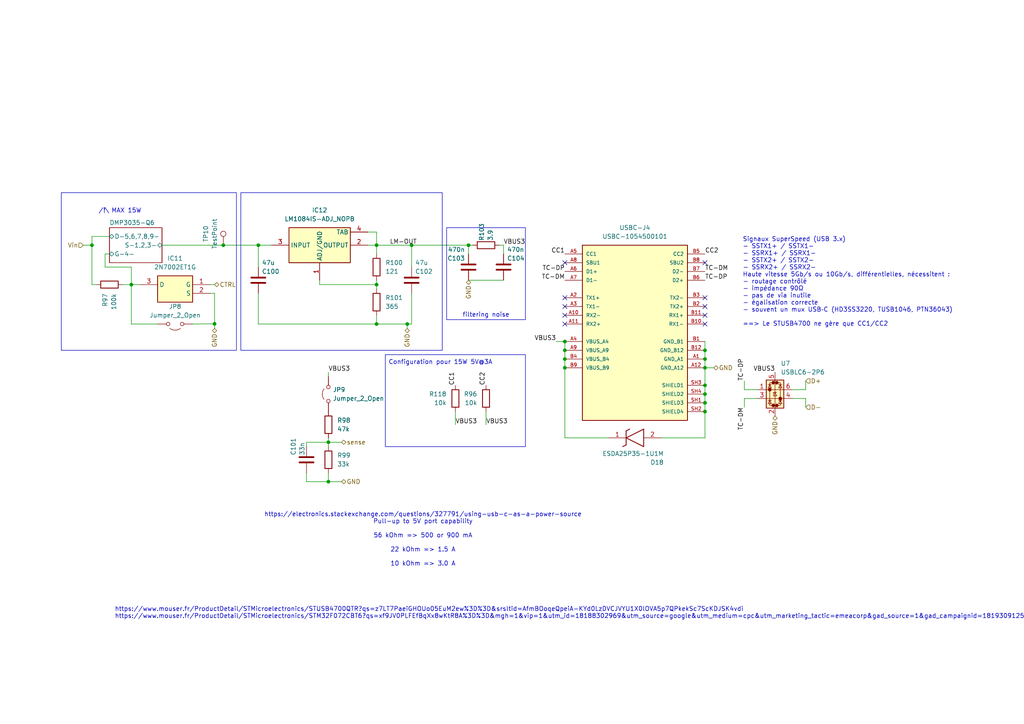
<source format=kicad_sch>
(kicad_sch (version 20250114) (generator "eeschema") (generator_version "9.0")
  (paper "A4")
  (lib_symbols
    (symbol "Connector:TestPoint" (pin_numbers (hide yes)) (pin_names (offset 0.762) (hide yes))
      (property "Reference" "TP" (at 0 6.858 0))
      (property "Value" "TestPoint" (at 0 5.08 0))
      (symbol "TestPoint_0_1"
        (circle (center 0 3.302) (radius 0.762))
      )
      (symbol "TestPoint_1_1"
        (pin passive line (at 0 0 90) (length 2.54) (name "1") (number "1"))
      )
    )
    (symbol "Custom-Vincent:1054500101" (pin_names (offset 1.016))
      (property "Reference" "J" (at -15.24 26.162 0))
      (property "Value" "USBC-1054500101" (at -15.24 -27.94 0))
      (symbol "1054500101_0_0"
        (rectangle (start -15.24 -25.4) (end 15.24 25.4) (stroke (width 0.254)) (fill (type background)))
        (pin bidirectional line (at -20.32 22.86 0) (length 5.08) (name "CC1") (number "A5"))
        (pin bidirectional line (at -20.32 20.32 0) (length 5.08) (name "SBU1") (number "A8"))
        (pin bidirectional line (at -20.32 17.78 0) (length 5.08) (name "D1+") (number "A6"))
        (pin bidirectional line (at -20.32 15.24 0) (length 5.08) (name "D1-") (number "A7"))
        (pin bidirectional line (at -20.32 10.16 0) (length 5.08) (name "TX1+") (number "A2"))
        (pin bidirectional line (at -20.32 7.62 0) (length 5.08) (name "TX1-") (number "A3"))
        (pin bidirectional line (at -20.32 5.08 0) (length 5.08) (name "RX2-") (number "A10"))
        (pin bidirectional line (at -20.32 2.54 0) (length 5.08) (name "RX2+") (number "A11"))
        (pin power_in line (at -20.32 -2.54 0) (length 5.08) (name "VBUS_A4") (number "A4"))
        (pin power_in line (at -20.32 -5.08 0) (length 5.08) (name "VBUS_A9") (number "A9"))
        (pin power_in line (at -20.32 -7.62 0) (length 5.08) (name "VBUS_B4") (number "B4"))
        (pin power_in line (at -20.32 -10.16 0) (length 5.08) (name "VBUS_B9") (number "B9"))
        (pin bidirectional line (at 20.32 22.86 180) (length 5.08) (name "CC2") (number "B5"))
        (pin bidirectional line (at 20.32 20.32 180) (length 5.08) (name "SBU2") (number "B8"))
        (pin bidirectional line (at 20.32 17.78 180) (length 5.08) (name "D2-") (number "B7"))
        (pin bidirectional line (at 20.32 15.24 180) (length 5.08) (name "D2+") (number "B6"))
        (pin bidirectional line (at 20.32 10.16 180) (length 5.08) (name "TX2-") (number "B3"))
        (pin bidirectional line (at 20.32 7.62 180) (length 5.08) (name "TX2+") (number "B2"))
        (pin bidirectional line (at 20.32 5.08 180) (length 5.08) (name "RX1+") (number "B11"))
        (pin bidirectional line (at 20.32 2.54 180) (length 5.08) (name "RX1-") (number "B10"))
        (pin power_in line (at 20.32 -2.54 180) (length 5.08) (name "GND_B1") (number "B1"))
        (pin power_in line (at 20.32 -5.08 180) (length 5.08) (name "GND_B12") (number "B12"))
        (pin power_in line (at 20.32 -7.62 180) (length 5.08) (name "GND_A1") (number "A1"))
        (pin power_in line (at 20.32 -10.16 180) (length 5.08) (name "GND_A12") (number "A12"))
        (pin passive line (at 20.32 -15.24 180) (length 5.08) (name "SHIELD1") (number "SH3"))
        (pin passive line (at 20.32 -17.78 180) (length 5.08) (name "SHIELD2") (number "SH4"))
        (pin passive line (at 20.32 -20.32 180) (length 5.08) (name "SHIELD3") (number "SH1"))
        (pin passive line (at 20.32 -22.86 180) (length 5.08) (name "SHIELD4") (number "SH2"))
      )
    )
    (symbol "Custom-Vincent:2N7002ET1G"
      (property "Reference" "IC" (at 16.51 7.62 0))
      (property "Value" "2N7002ET1G" (at 16.51 5.08 0))
      (symbol "2N7002ET1G_1_1"
        (rectangle (start 5.08 2.54) (end 15.24 -5.08) (stroke (width 0.254)) (fill (type background)))
        (pin passive line (at 0 0 0) (length 5.08) (name "G") (number "1"))
        (pin passive line (at 0 -2.54 0) (length 5.08) (name "S") (number "2"))
        (pin passive line (at 20.32 0 180) (length 5.08) (name "D") (number "3"))
      )
    )
    (symbol "Custom-Vincent:ESDA25P35-1U1M" (pin_names (hide yes))
      (property "Reference" "D" (at 10.16 8.89 0))
      (property "Value" "ESDA25P35-1U1M" (at 10.16 6.35 0))
      (symbol "ESDA25P35-1U1M_1_1"
        (polyline (pts (xy 4.064 2.54) (xy 5.08 2.032)) (stroke (width 0.254)))
        (polyline (pts (xy 5.08 0) (xy 10.16 2.54)) (stroke (width 0.254)))
        (polyline (pts (xy 5.08 -2.032) (xy 5.08 2.032)) (stroke (width 0.254)))
        (polyline (pts (xy 5.08 -2.032) (xy 6.096 -2.54)) (stroke (width 0.254)))
        (polyline (pts (xy 10.16 -2.54) (xy 5.08 0)) (stroke (width 0.254)))
        (polyline (pts (xy 10.16 -2.54) (xy 10.16 2.54)) (stroke (width 0.254)))
        (pin passive line (at 0 0 0) (length 5.08) (name "K") (number "1"))
        (pin passive line (at 15.24 0 180) (length 5.08) (name "A") (number "2"))
      )
    )
    (symbol "Device:C" (pin_numbers (hide yes)) (pin_names (offset 0.254))
      (property "Reference" "C" (at 0.635 2.54 0))
      (property "Value" "C" (at 0.635 -2.54 0))
      (symbol "C_0_1"
        (polyline (pts (xy -2.032 0.762) (xy 2.032 0.762)) (stroke (width 0.508)))
        (polyline (pts (xy -2.032 -0.762) (xy 2.032 -0.762)) (stroke (width 0.508)))
      )
      (symbol "C_1_1"
        (pin passive line (at 0 3.81 270) (length 2.794) (name "~") (number "1"))
        (pin passive line (at 0 -3.81 90) (length 2.794) (name "~") (number "2"))
      )
    )
    (symbol "Device:R" (pin_numbers (hide yes)) (pin_names (offset 0))
      (property "Reference" "R" (at 2.032 0 90))
      (property "Value" "R" (at 0 0 90))
      (symbol "R_0_1"
        (rectangle (start -1.016 -2.54) (end 1.016 2.54) (stroke (width 0.254)))
      )
      (symbol "R_1_1"
        (pin passive line (at 0 3.81 270) (length 1.27) (name "~") (number "1"))
        (pin passive line (at 0 -3.81 90) (length 1.27) (name "~") (number "2"))
      )
    )
    (symbol "Jumper:Jumper_2_Open" (pin_numbers (hide yes)) (pin_names (offset 0) (hide yes))
      (property "Reference" "JP" (at 0 2.794 0))
      (property "Value" "Jumper_2_Open" (at 0 -2.286 0))
      (symbol "Jumper_2_Open_0_0"
        (circle (center -2.032 0) (radius 0.508))
        (circle (center 2.032 0) (radius 0.508))
      )
      (symbol "Jumper_2_Open_0_1"
        (arc (start -1.524 1.27) (mid 0 1.778) (end 1.524 1.27))
      )
      (symbol "Jumper_2_Open_1_1"
        (pin passive line (at -5.08 0 0) (length 2.54) (name "A") (number "1"))
        (pin passive line (at 5.08 0 180) (length 2.54) (name "B") (number "2"))
      )
    )
    (symbol "LM1084IS-ADJ_NOPB_1"
      (property "Reference" "IC" (at 26.67 7.62 0))
      (property "Value" "LM1084IS-ADJ_NOPB" (at 26.67 5.08 0))
      (symbol "LM1084IS-ADJ_NOPB_1_1_1"
        (rectangle (start 5.08 2.54) (end 22.86 -7.62) (stroke (width 0.254)) (fill (type background)))
        (pin input line (at 0 -2.54 0) (length 5.08) (name "INPUT") (number "3"))
        (pin power_in line (at 13.97 -12.7 90) (length 5.08) (name "ADJ/GND") (number "1"))
        (pin output line (at 27.94 1.27 180) (length 5.08) (name "TAB") (number "4"))
        (pin output line (at 27.94 -2.54 180) (length 5.08) (name "OUTPUT") (number "2"))
      )
    )
    (symbol "Power_Protection:USBLC6-2P6" (pin_names (hide yes))
      (property "Reference" "U" (at 0.635 5.715 0))
      (property "Value" "USBLC6-2P6" (at 0.635 3.81 0))
      (symbol "USBLC6-2P6_0_0"
        (circle (center -1.524 0) (radius 0.0001) (stroke (width 0.508)))
        (circle (center -0.508 2.032) (radius 0.0001) (stroke (width 0.508)))
        (circle (center -0.508 -4.572) (radius 0.0001) (stroke (width 0.508)))
        (circle (center 0.508 2.032) (radius 0.0001) (stroke (width 0.508)))
        (circle (center 0.508 -4.572) (radius 0.0001) (stroke (width 0.508)))
        (circle (center 1.524 -2.54) (radius 0.0001) (stroke (width 0.508)))
      )
      (symbol "USBLC6-2P6_0_1"
        (polyline (pts (xy -2.54 0) (xy 2.54 0)))
        (polyline (pts (xy -2.54 -2.54) (xy 2.54 -2.54)))
        (polyline (pts (xy -2.032 0.508) (xy -1.016 0.508) (xy -1.524 1.524) (xy -2.032 0.508)))
        (polyline (pts (xy -2.032 -3.048) (xy -1.016 -3.048)))
        (polyline (pts (xy -1.016 1.524) (xy -2.032 1.524)))
        (polyline (pts (xy -1.016 -4.064) (xy -2.032 -4.064) (xy -1.524 -3.048) (xy -1.016 -4.064)))
        (polyline (pts (xy -0.508 -1.143) (xy -0.508 -0.762) (xy 0.508 -0.762)))
        (polyline (pts (xy 0 2.54) (xy -0.508 2.032) (xy 0.508 2.032) (xy 0 1.524) (xy 0 -4.064) (xy -0.508 -4.572) (xy 0.508 -4.572) (xy 0 -5.08)))
        (polyline (pts (xy 0.508 -1.778) (xy -0.508 -1.778) (xy 0 -0.762) (xy 0.508 -1.778)))
        (polyline (pts (xy 1.016 1.524) (xy 2.032 1.524)))
        (polyline (pts (xy 1.016 -3.048) (xy 2.032 -3.048)))
        (polyline (pts (xy 2.032 0.508) (xy 1.016 0.508) (xy 1.524 1.524) (xy 2.032 0.508)))
        (polyline (pts (xy 2.032 -4.064) (xy 1.016 -4.064) (xy 1.524 -3.048) (xy 2.032 -4.064)))
      )
      (symbol "USBLC6-2P6_1_1"
        (rectangle (start -2.54 2.794) (end 2.54 -5.334) (stroke (width 0.254)) (fill (type background)))
        (polyline (pts (xy -0.508 2.032) (xy -1.524 2.032) (xy -1.524 -4.572) (xy -0.508 -4.572)))
        (polyline (pts (xy 0.508 -4.572) (xy 1.524 -4.572) (xy 1.524 2.032) (xy 0.508 2.032)))
        (pin passive line (at -5.08 0 0) (length 2.54) (name "I/O1") (number "1"))
        (pin passive line (at -5.08 -2.54 0) (length 2.54) (name "I/O2") (number "3"))
        (pin passive line (at 0 5.08 270) (length 2.54) (name "VBUS") (number "5"))
        (pin passive line (at 0 -7.62 90) (length 2.54) (name "GND") (number "2"))
        (pin passive line (at 5.08 0 180) (length 2.54) (name "I/O1") (number "6"))
        (pin passive line (at 5.08 -2.54 180) (length 2.54) (name "I/O2") (number "4"))
      )
    )
  )
  (rectangle (start 69.85 55.88) (end 128.27 101.6))
  (rectangle (start 111.76 102.87) (end 152.4 129.54))
  (rectangle (start 129.54 66.04) (end 152.4 92.71))
  (rectangle (start 17.78 55.88) (end 68.58 101.6))
  (text "https://www.mouser.fr/ProductDetail/STMicroelectronics/STUSB4700QTR?qs=z7LT7PaeiGHOUo05EuM2ew%3D%3D&srsltid=AfmBOoqeQpeiA-KYd0LzDVCJVYU1X0lOVA5p7QPkekSc7ScKDJSK4vdi\nhttps://www.mouser.fr/ProductDetail/STMicroelectronics/STM32F072CBT6?qs=xf9JV0PLFEfBqXx8wKtR8A%3D%3D&mgh=1&vip=1&utm_id=18188302969&utm_source=google&utm_medium=cpc&utm_marketing_tactic=emeacorp&gad_source=1&gad_campaignid=18193091258&gclid=Cj0KCQiAxJXJBhD_ARIsAH_JGjjlmumHlCQbsS1Lf4u0KNllXl2gcY-O_NKd-TyCFZhG1yRXtwxOSdgaAuOuEALw_wcB" (at 33.274 177.8 0) (effects (font (size 1.27 1.27)) (justify left)))
  (text "Configuration pour 15W 5V@3A" (at 127.762 105.156 0) (effects (font (size 1.27 1.27))))
  (text "Signaux SuperSpeed (USB 3.x)\n- SSTX1+ / SSTX1-\n- SSRX1+ / SSRX1-\n- SSTX2+ / SSTX2-\n- SSRX2+ / SSRX2-\nHaute vitesse 5 Gb/s ou 10 Gb/s, différentielles, nécessitent :\n- routage contrôlé\n- impédance 90 Ω\n- pas de via inutile\n- égalisation correcte\n- souvent un mux USB‑C (HD3SS3220, TUSB1046, PTN36043)\n\n==> Le STUSB4700 ne gère que CC1/CC2\n" (at 215.392 81.788 0) (effects (font (size 1.27 1.27)) (justify left)))
  (text "filtering noise" (at 140.97 91.44 0) (effects (font (size 1.27 1.27))))
  (text "https://electronics.stackexchange.com/questions/327791/using-usb-c-as-a-power-source\nPull-up to 5V port capability\n\n56 kOhm => 500 or 900 mA\n\n22 kOhm => 1.5 A\n\n10 kOhm => 3.0 A" (at 122.682 156.464 0) (effects (font (size 1.27 1.27))))
  (text "/!\\ MAX 15W" (at 34.798 61.214 0) (effects (font (size 1.27 1.27))))
  (junction (at 95.25 139.7))
  (junction (at 204.47 114.3))
  (junction (at 109.22 82.55))
  (junction (at 163.83 106.68))
  (junction (at 38.1 82.55))
  (junction (at 135.89 71.12))
  (junction (at 26.67 71.12))
  (junction (at 109.22 71.12))
  (junction (at 204.47 106.68))
  (junction (at 95.25 128.27))
  (junction (at 163.83 104.14))
  (junction (at 204.47 116.84))
  (junction (at 163.83 101.6))
  (junction (at 204.47 101.6))
  (junction (at 74.93 71.12))
  (junction (at 118.11 93.98))
  (junction (at 62.23 93.9238))
  (junction (at 109.22 93.98))
  (junction (at 204.47 119.38))
  (junction (at 64.77 71.12))
  (junction (at 204.47 104.14))
  (junction (at 119.38 71.12))
  (junction (at 204.47 111.76))
  (junction (at 163.83 99.06))
  (no_connect (at 163.83 91.44))
  (no_connect (at 204.47 93.98))
  (no_connect (at 163.83 76.2))
  (no_connect (at 204.47 76.2))
  (no_connect (at 163.83 86.36))
  (no_connect (at 163.83 93.98))
  (no_connect (at 163.83 88.9))
  (no_connect (at 204.47 88.9))
  (no_connect (at 204.47 86.36))
  (no_connect (at 204.47 91.44))
  (wire (pts (xy 74.93 77.47) (xy 74.93 71.12)))
  (wire (pts (xy 45.72 93.98) (xy 38.1 93.98)))
  (wire (pts (xy 109.22 71.12) (xy 119.38 71.12)))
  (wire (pts (xy 191.77 127) (xy 204.47 127)))
  (wire (pts (xy 204.47 114.3) (xy 204.47 116.84)))
  (wire (pts (xy 64.77 71.12) (xy 74.93 71.12)))
  (wire (pts (xy 38.1 82.55) (xy 40.64 82.55)))
  (wire (pts (xy 92.71 82.55) (xy 92.71 81.28)))
  (wire (pts (xy 24.13 71.12) (xy 26.67 71.12)))
  (wire (pts (xy 46.99 71.12) (xy 64.77 71.12)))
  (wire (pts (xy 204.47 106.68) (xy 207.01 106.68)))
  (wire (pts (xy 95.25 128.27) (xy 99.06 128.27)))
  (wire (pts (xy 106.68 67.31) (xy 109.22 67.31)))
  (wire (pts (xy 135.89 73.66) (xy 135.89 71.12)))
  (wire (pts (xy 219.71 115.57) (xy 215.9 115.57)))
  (wire (pts (xy 229.87 113.03) (xy 233.68 113.03)))
  (wire (pts (xy 99.06 139.7) (xy 95.25 139.7)))
  (wire (pts (xy 38.1 93.98) (xy 38.1 82.55)))
  (wire (pts (xy 163.83 101.6) (xy 163.83 104.14)))
  (wire (pts (xy 144.78 71.12) (xy 146.05 71.12)))
  (wire (pts (xy 95.25 128.27) (xy 95.25 129.54)))
  (wire (pts (xy 109.22 67.31) (xy 109.22 71.12)))
  (wire (pts (xy 163.83 99.06) (xy 163.83 101.6)))
  (wire (pts (xy 119.38 71.12) (xy 119.38 77.47)))
  (wire (pts (xy 26.67 68.58) (xy 31.75 68.58)))
  (wire (pts (xy 135.89 81.28) (xy 146.05 81.28)))
  (wire (pts (xy 38.1 77.47) (xy 38.1 82.55)))
  (wire (pts (xy 74.93 71.12) (xy 78.74 71.12)))
  (wire (pts (xy 118.11 93.98) (xy 119.38 93.98)))
  (wire (pts (xy 215.9 115.57) (xy 215.9 118.11)))
  (wire (pts (xy 95.25 139.7) (xy 95.25 137.16)))
  (wire (pts (xy 26.67 82.55) (xy 27.94 82.55)))
  (wire (pts (xy 204.47 99.06) (xy 204.47 101.6)))
  (wire (pts (xy 119.38 85.09) (xy 119.38 93.98)))
  (wire (pts (xy 204.47 116.84) (xy 204.47 119.38)))
  (wire (pts (xy 88.9 128.27) (xy 95.25 128.27)))
  (wire (pts (xy 95.25 127) (xy 95.25 128.27)))
  (wire (pts (xy 204.47 111.76) (xy 204.47 114.3)))
  (wire (pts (xy 88.9 129.54) (xy 88.9 128.27)))
  (wire (pts (xy 233.68 115.57) (xy 233.68 118.11)))
  (wire (pts (xy 74.93 93.98) (xy 109.22 93.98)))
  (wire (pts (xy 88.9 139.7) (xy 95.25 139.7)))
  (wire (pts (xy 215.9 113.03) (xy 215.9 110.49)))
  (wire (pts (xy 92.71 82.55) (xy 109.22 82.55)))
  (wire (pts (xy 106.68 71.12) (xy 109.22 71.12)))
  (wire (pts (xy 30.48 73.66) (xy 31.75 73.66)))
  (wire (pts (xy 38.1 77.47) (xy 30.48 77.47)))
  (wire (pts (xy 62.23 93.9238) (xy 62.23 85.09)))
  (wire (pts (xy 161.29 99.06) (xy 163.83 99.06)))
  (wire (pts (xy 163.83 127) (xy 163.83 106.68)))
  (wire (pts (xy 30.48 77.47) (xy 30.48 73.66)))
  (wire (pts (xy 140.97 119.38) (xy 140.97 123.19)))
  (wire (pts (xy 26.67 68.58) (xy 26.67 71.12)))
  (wire (pts (xy 35.56 82.55) (xy 38.1 82.55)))
  (wire (pts (xy 229.87 115.57) (xy 233.68 115.57)))
  (wire (pts (xy 204.47 106.68) (xy 204.47 111.76)))
  (wire (pts (xy 74.93 85.09) (xy 74.93 93.98)))
  (wire (pts (xy 146.05 73.66) (xy 146.05 71.12)))
  (wire (pts (xy 204.47 127) (xy 204.47 119.38)))
  (wire (pts (xy 163.83 104.14) (xy 163.83 106.68)))
  (wire (pts (xy 132.08 119.38) (xy 132.08 123.19)))
  (wire (pts (xy 109.22 73.66) (xy 109.22 71.12)))
  (wire (pts (xy 119.38 71.12) (xy 135.89 71.12)))
  (wire (pts (xy 135.89 71.12) (xy 137.16 71.12)))
  (wire (pts (xy 95.25 107.95) (xy 95.25 109.22)))
  (wire (pts (xy 118.11 95.25) (xy 118.11 93.98)))
  (wire (pts (xy 219.71 113.03) (xy 215.9 113.03)))
  (wire (pts (xy 204.47 104.14) (xy 204.47 106.68)))
  (wire (pts (xy 26.67 71.12) (xy 26.67 82.55)))
  (wire (pts (xy 88.9 137.16) (xy 88.9 139.7)))
  (wire (pts (xy 204.47 101.6) (xy 204.47 104.14)))
  (wire (pts (xy 109.22 82.55) (xy 109.22 83.82)))
  (wire (pts (xy 62.23 93.9238) (xy 62.23 95.25)))
  (wire (pts (xy 109.22 82.55) (xy 109.22 81.28)))
  (wire (pts (xy 55.88 93.98) (xy 62.23 93.9238)))
  (wire (pts (xy 109.22 93.98) (xy 118.11 93.98)))
  (wire (pts (xy 60.96 82.55) (xy 62.23 82.55)))
  (wire (pts (xy 176.53 127) (xy 163.83 127)))
  (wire (pts (xy 109.22 93.98) (xy 109.22 91.44)))
  (wire (pts (xy 60.96 85.09) (xy 62.23 85.09)))
  (wire (pts (xy 233.68 113.03) (xy 233.68 110.49)))
  (label "VBUS3" (at 132.08 123.19 0))
  (label "TC-DP" (at 204.47 81.28 0))
  (label "CC1" (at 163.83 73.66 180))
  (label "TC-DM" (at 204.47 78.74 0))
  (label "TC-DM" (at 163.83 81.28 180))
  (label "TC-DP" (at 215.9 110.49 90))
  (label "VBUS3" (at 140.97 123.19 0))
  (label "TC-DP" (at 163.83 78.74 180))
  (label "VBUS3" (at 95.25 107.95 0))
  (label "VBUS3" (at 224.79 107.95 180))
  (label "VBUS3" (at 161.29 99.06 180))
  (label "VBUS3" (at 146.05 71.12 0))
  (label "TC-DM" (at 215.9 118.11 270))
  (label "LM-OUT" (at 113.03 71.12 0))
  (label "CC1" (at 132.08 111.76 90))
  (label "CC2" (at 204.47 73.66 0))
  (label "CC2" (at 140.97 111.76 90))
  (hierarchical_label "GND" (shape bidirectional) (at 135.89 81.28 270))
  (hierarchical_label "GND" (shape bidirectional) (at 99.06 139.7 0))
  (hierarchical_label "D-" (shape input) (at 233.68 118.11 0))
  (hierarchical_label "GND" (shape bidirectional) (at 224.79 120.65 270))
  (hierarchical_label "D+" (shape input) (at 233.68 110.49 0))
  (hierarchical_label "GND" (shape bidirectional) (at 207.01 106.68 0))
  (hierarchical_label "sense" (shape bidirectional) (at 99.06 128.27 0))
  (hierarchical_label "GND" (shape bidirectional) (at 62.23 95.25 270))
  (hierarchical_label "Vin" (shape input) (at 24.13 71.12 180))
  (hierarchical_label "CTRL" (shape bidirectional) (at 62.23 82.55 0))
  (hierarchical_label "GND" (shape bidirectional) (at 118.11 95.25 270))
  (symbol (lib_id "Custom-Vincent:2N7002ET1G") (at 60.96 82.55 0) (mirror y) (unit 1)
    (property "Reference" "IC9" (at 50.8 74.93 0))
    (property "Value" "2N7002ET1G" (at 50.8 77.47 0))
    (property "Footprint" "Package_TO_SOT_SMD:SOT-23-3" (effects (hide yes)))
    (property "Datasheet" "https://www.onsemi.com/pub/Collateral/2N7002E-D.PDF" (effects (hide yes)))
    (property "Description" "Small ; Low RDS(on); Trench Technology; RoHS Compliant" (effects (hide yes)))
    (property "Height" "1.11" (effects (hide yes)))
    (property "Mouser Part Number" "863-2N7002ET1G" (effects (hide yes)))
    (property "Mouser Price/Stock" "https://www.mouser.co.uk/ProductDetail/onsemi/2N7002ET1G?qs=PNhECL2hiouLrcURjXOtOg%3D%3D" (effects (hide yes)))
    (property "Manufacturer_Name" "onsemi" (effects (hide yes)))
    (property "Manufacturer_Part_Number" "2N7002ET1G" (effects (hide yes)))
    (property "Number-JLCPCB" "C71533" (effects (hide yes)))
    (instances (project "BMS" (path "" (reference "IC11") (unit 1)) (path "" (reference "IC9") (unit 1))))
  )
  (symbol (lib_id "Device:R") (at 109.22 77.47 0) (unit 1)
    (property "Reference" "R92" (at 111.76 76.1999 0) (effects (justify left)))
    (property "Value" "121" (at 111.76 78.7399 0) (effects (justify left)))
    (property "Footprint" "Resistor_SMD:R_0805_2012Metric_Pad1.20x1.40mm_HandSolder" (effects (hide yes)))
    (property "Description" "Resistor" (effects (hide yes)))
    (property "Mouser Part Number" "667-ERJ-UP6F1210V" (effects (hide yes)))
    (property "Number-JLCPCB" "C317367" (effects (hide yes)))
    (instances (project "BMS" (path "" (reference "R100") (unit 1)) (path "" (reference "R92") (unit 1))))
  )
  (symbol (lib_id "Device:R") (at 31.75 82.55 90) (mirror x) (unit 1)
    (property "Reference" "R89" (at 30.4799 85.09 0) (effects (justify left)))
    (property "Value" "100k" (at 33.0199 85.09 0) (effects (justify left)))
    (property "Footprint" "Resistor_SMD:R_0603_1608Metric_Pad0.98x0.95mm_HandSolder" (effects (hide yes)))
    (property "Description" "Resistor" (effects (hide yes)))
    (property "Mouser Part Number" "603-RC0603FR-07100KL" (effects (hide yes)))
    (property "Number-JLCPCB" "C14675" (effects (hide yes)))
    (instances (project "BMS" (path "" (reference "R97") (unit 1)) (path "" (reference "R89") (unit 1))))
  )
  (symbol (lib_id "Device:R") (at 95.25 123.19 0) (unit 1)
    (property "Reference" "R90" (at 97.79 121.9199 0) (effects (justify left)))
    (property "Value" "47k" (at 97.79 124.4599 0) (effects (justify left)))
    (property "Footprint" "Resistor_SMD:R_0603_1608Metric_Pad0.98x0.95mm_HandSolder" (effects (hide yes)))
    (property "Description" "Resistor" (effects (hide yes)))
    (property "Mouser Part Number" "71-CRCW0603-47K-E3 " (effects (hide yes)))
    (property "Number-JLCPCB" "C844929" (effects (hide yes)))
    (instances (project "BMS" (path "" (reference "R98") (unit 1)) (path "" (reference "R90") (unit 1))))
  )
  (symbol (lib_id "Device:R") (at 140.97 71.12 90) (unit 1)
    (property "Reference" "R95" (at 139.7 69.85 0) (effects (justify left)))
    (property "Value" "3.9" (at 142.24 69.85 0) (effects (justify left)))
    (property "Footprint" "Resistor_SMD:R_1206_3216Metric_Pad1.30x1.75mm_HandSolder" (effects (hide yes)))
    (property "Datasheet" "https://www.mouser.fr/ProductDetail/Vishay/CRCW12063R90JNEA?qs=RBLAFTxbykx6FwOAglFQuA%3D%3D" (effects (hide yes)))
    (property "Description" "Resistor" (effects (hide yes)))
    (property "Mouser Part Number" "1206W4F390KT5E" (effects (hide yes)))
    (property "Number-JLCPCB" "C74090" (effects (hide yes)))
    (instances (project "BMS" (path "" (reference "R103") (unit 1)) (path "" (reference "R95") (unit 1))))
  )
  (symbol (lib_id "Device:R") (at 132.08 115.57 0) (mirror x) (unit 1)
    (property "Reference" "R117" (at 129.54 114.2999 0) (effects (justify right)))
    (property "Value" "10k" (at 129.54 116.8399 0) (effects (justify right)))
    (property "Footprint" "Resistor_SMD:R_0603_1608Metric_Pad0.98x0.95mm_HandSolder" (effects (hide yes)))
    (property "Description" "Resistor" (effects (hide yes)))
    (property "Mouser Part Number" "CRCW060310K0JNEA" (effects (hide yes)))
    (property "Number-JLCPCB" "C169103" (effects (hide yes)))
    (instances (project "BMS" (path "" (reference "R118") (unit 1)) (path "" (reference "R117") (unit 1))))
  )
  (symbol (lib_id "Device:C") (at 119.38 81.28 0) (mirror y) (unit 1)
    (property "Reference" "C97" (at 120.396 78.74 0) (effects (justify right)))
    (property "Value" "47u" (at 120.396 76.2 0) (effects (justify right)))
    (property "Footprint" "Capacitor_SMD:CP_Elec_6.3x7.7" (effects (hide yes)))
    (property "Description" "Unpolarized capacitor" (effects (hide yes)))
    (property "Mouser Part Number" "RVT1H470M0607" (effects (hide yes)))
    (property "Number-JLCPCB" "C3349" (effects (hide yes)))
    (instances (project "BMS" (path "" (reference "C102") (unit 1)) (path "" (reference "C97") (unit 1))))
  )
  (symbol (lib_name "LM1084IS-ADJ_NOPB_1") (lib_id "Custom-Vincent:LM1084IS-ADJ_NOPB") (at 78.74 68.58 0) (unit 1)
    (property "Reference" "IC10" (at 92.71 60.96 0))
    (property "Value" "LM1084IS-ADJ_NOPB" (at 92.71 63.5 0))
    (property "Footprint" "Custom-Vincent:LM1084IS-ADJ_NOPB" (effects (hide yes)))
    (property "Datasheet" "http://www.ti.com/lit/ds/symlink/lm1084.pdf" (effects (hide yes)))
    (property "Description" "5A Fixed / Adjustable Output Linear Regulator" (effects (hide yes)))
    (property "Height" "4.64" (effects (hide yes)))
    (property "Mouser Part Number" "926-LM1084IS-ADJNOPB" (effects (hide yes)))
    (property "Mouser Price/Stock" "https://www.mouser.co.uk/ProductDetail/Texas-Instruments/LM1084IS-ADJ-NOPB?qs=X1J7HmVL2ZGsN6CtVd4qhA%3D%3D" (effects (hide yes)))
    (property "Manufacturer_Name" "Texas Instruments" (effects (hide yes)))
    (property "Manufacturer_Part_Number" "LM1084IS-ADJ/NOPB" (effects (hide yes)))
    (property "Number-JLCPCB" "C2837418" (effects (hide yes)))
    (instances (project "BMS" (path "" (reference "IC12") (unit 1)) (path "" (reference "IC10") (unit 1))))
  )
  (symbol (lib_id "Connector:TestPoint") (at 64.77 71.12 0) (mirror y) (unit 1) (in_bom no)
    (property "Reference" "TP9" (at 59.69 67.818 90))
    (property "Value" "TestPoint" (at 62.23 67.818 90))
    (property "Footprint" "TestPoint:TestPoint_THTPad_2.0x2.0mm_Drill1.0mm" (effects (hide yes)))
    (property "Description" "test point" (effects (hide yes)))
    (instances (project "BMS" (path "" (reference "TP10") (unit 1)) (path "" (reference "TP9") (unit 1))))
  )
  (symbol (lib_id "Device:C") (at 88.9 133.35 0) (mirror x) (unit 1)
    (property "Reference" "C96" (at 85.09 132.08 90) (effects (justify right)))
    (property "Value" "33n" (at 87.63 132.08 90) (effects (justify right)))
    (property "Footprint" "Capacitor_SMD:C_0603_1608Metric_Pad1.08x0.95mm_HandSolder" (effects (hide yes)))
    (property "Description" "Unpolarized capacitor" (effects (hide yes)))
    (property "Mouser Part Number" "CC0603KRX7R8BB333" (effects (hide yes)))
    (property "Number-JLCPCB" "C113810" (effects (hide yes)))
    (instances (project "BMS" (path "" (reference "C101") (unit 1)) (path "" (reference "C96") (unit 1))))
  )
  (symbol (lib_id "Custom-Vincent:1054500101") (at 184.15 96.52 0) (unit 1)
    (property "Reference" "USBC-J3" (at 184.15 66.04 0))
    (property "Value" "USBC-1054500101" (at 184.15 68.58 0))
    (property "Footprint" "Custom-Vincent:USB-C_MOLEX_1054500101" (effects (hide yes)))
    (property "MF" "Molex" (effects (hide yes)))
    (property "OPTION" "MOLEX_CONFIG" (effects (hide yes)))
    (property "Package" "None" (effects (hide yes)))
    (property "Price" "None" (effects (hide yes)))
    (property "Check_prices" "https://www.snapeda.com/parts/105450-0101/Molex/view-part/?ref=eda" (effects (hide yes)))
    (property "STANDARD" "Manufacturer Recommendations" (effects (hide yes)))
    (property "PARTREV" "A7" (effects (hide yes)))
    (property "SnapEDA_Link" "https://www.snapeda.com/parts/105450-0101/Molex/view-part/?ref=snap" (effects (hide yes)))
    (property "MP" "105450-0101" (effects (hide yes)))
    (property "Description_1" "USB Shielded I/O Receptacle,Type C,Right Angle,Surface Mount,Gold over Nickel | Molex Incorporated 105450-0101" (effects (hide yes)))
    (property "MANUFACTURER" "Molex" (effects (hide yes)))
    (property "Availability" "In Stock" (effects (hide yes)))
    (property "MAXIMUM_PACKAGE_HEIGHT" "3.24mm" (effects (hide yes)))
    (property "Part Number" "1054500101" (effects (hide yes)))
    (property "Mouser Part Number" "1054500101" (effects (hide yes)))
    (property "Number-JLCPCB" "C134092" (effects (hide yes)))
    (instances (project "BMS" (path "" (reference "USBC-J4") (unit 1)) (path "" (reference "USBC-J3") (unit 1))))
  )
  (symbol (lib_id "Device:C") (at 146.05 77.47 0) (mirror y) (unit 1)
    (property "Reference" "C99" (at 147.066 74.93 0) (effects (justify right)))
    (property "Value" "470n" (at 147.066 72.39 0) (effects (justify right)))
    (property "Footprint" "Capacitor_SMD:C_0805_2012Metric_Pad1.18x1.45mm_HandSolder" (effects (hide yes)))
    (property "Description" "Unpolarized capacitor" (effects (hide yes)))
    (property "Mouser Part Number" "80-C0805C474M3PACTU" (effects (hide yes)))
    (property "Number-JLCPCB" "C2271305" (effects (hide yes)))
    (instances (project "BMS" (path "" (reference "C104") (unit 1)) (path "" (reference "C99") (unit 1))))
  )
  (symbol (lib_id "Custom-Vincent:ESDA25P35-1U1M") (at 176.53 127 0) (mirror x) (unit 1)
    (property "Reference" "D17" (at 192.532 134.112 0) (effects (justify right)))
    (property "Value" "ESDA25P35-1U1M" (at 192.532 131.572 0) (effects (justify right)))
    (property "Footprint" "Custom-Vincent:ESDA25P351U1M" (effects (hide yes)))
    (property "Datasheet" "https://www.st.com/resource/en/datasheet/esda20p50-1u1m.pdf" (effects (hide yes)))
    (property "Description" "STMicroelectronics ESDA25P35-1U1M, Uni-Directional TVS Diode, 1400W, 2-Pin QFN" (effects (hide yes)))
    (property "Height" "0.6" (effects (hide yes)))
    (property "Mouser Part Number" "511-ESDA25P35-1U1M" (effects (hide yes)))
    (property "Mouser Price/Stock" "https://www.mouser.co.uk/ProductDetail/STMicroelectronics/ESDA25P35-1U1M?qs=aVyJF2WnouQUWqgNP85ZrA%3D%3D" (effects (hide yes)))
    (property "Manufacturer_Name" "STMicroelectronics" (effects (hide yes)))
    (property "Manufacturer_Part_Number" "ESDA25P35-1U1M" (effects (hide yes)))
    (property "Number-JLCPCB" "C1974707" (effects (hide yes)))
    (instances (project "BMS" (path "" (reference "D18") (unit 1)) (path "" (reference "D17") (unit 1))))
  )
  (symbol (lib_id "Jumper:Jumper_2_Open") (at 50.8 93.98 180) (unit 1)
    (property "Reference" "JP6" (at 50.8 88.9 0))
    (property "Value" "Jumper_2_Open" (at 50.8 91.44 0))
    (property "Footprint" "Connector_PinHeader_2.54mm:PinHeader_1x02_P2.54mm_Vertical" (effects (hide yes)))
    (property "Description" "Jumper, 2-pole, open" (effects (hide yes)))
    (property "Mouser Part Number" "HX PZ2.54-1x2P ZZ" (effects (hide yes)))
    (property "Number-JLCPCB" "C32713268" (effects (hide yes)))
    (instances (project "BMS" (path "" (reference "JP8") (unit 1)) (path "" (reference "JP6") (unit 1))))
  )
  (symbol (lib_id "Device:R") (at 95.25 133.35 0) (unit 1)
    (property "Reference" "R91" (at 97.79 132.0799 0) (effects (justify left)))
    (property "Value" "33k" (at 97.79 134.6199 0) (effects (justify left)))
    (property "Footprint" "Resistor_SMD:R_0603_1608Metric_Pad0.98x0.95mm_HandSolder" (effects (hide yes)))
    (property "Description" "Resistor" (effects (hide yes)))
    (property "Mouser Part Number" "0603WAF3302T5E" (effects (hide yes)))
    (property "Number-JLCPCB" "C4216" (effects (hide yes)))
    (instances (project "BMS" (path "" (reference "R99") (unit 1)) (path "" (reference "R91") (unit 1))))
  )
  (symbol (lib_id "Device:R") (at 140.97 115.57 0) (mirror x) (unit 1)
    (property "Reference" "R94" (at 138.43 114.2999 0) (effects (justify right)))
    (property "Value" "10k" (at 138.43 116.8399 0) (effects (justify right)))
    (property "Footprint" "Resistor_SMD:R_0603_1608Metric_Pad0.98x0.95mm_HandSolder" (effects (hide yes)))
    (property "Description" "Resistor" (effects (hide yes)))
    (property "Mouser Part Number" "CRCW060310K0JNEA" (effects (hide yes)))
    (property "Number-JLCPCB" "C169103" (effects (hide yes)))
    (instances (project "BMS" (path "" (reference "R96") (unit 1)) (path "" (reference "R94") (unit 1))))
  )
  (symbol (lib_id "Power_Protection:USBLC6-2P6") (at 224.79 113.03 0) (unit 1)
    (property "Reference" "U6" (at 226.4411 105.41 0) (effects (justify left)))
    (property "Value" "USBLC6-2P6" (at 226.4411 107.95 0) (effects (justify left)))
    (property "Footprint" "Package_TO_SOT_SMD:SOT-666" (effects (hide yes)))
    (property "Datasheet" "https://www.st.com/resource/en/datasheet/usblc6-2.pdf" (effects (hide yes)))
    (property "Description" "Very low capacitance ESD protection diode, 2 data-line, SOT-666" (effects (hide yes)))
    (property "Number-JLCPCB" "C15999" (effects (hide yes)))
    (instances (project "BMS" (path "" (reference "U7") (unit 1)) (path "" (reference "U6") (unit 1))))
  )
  (symbol (lib_id "Jumper:Jumper_2_Open") (at 95.25 114.3 90) (unit 1)
    (property "Reference" "JP7" (at 96.52 113.0299 90) (effects (justify right)))
    (property "Value" "Jumper_2_Open" (at 96.52 115.5699 90) (effects (justify right)))
    (property "Footprint" "Connector_PinHeader_2.54mm:PinHeader_1x02_P2.54mm_Vertical" (effects (hide yes)))
    (property "Description" "Jumper, 2-pole, open" (effects (hide yes)))
    (property "Mouser Part Number" "HX PZ2.54-1x2P ZZ" (effects (hide yes)))
    (property "Number-JLCPCB" "C32713268" (effects (hide yes)))
    (instances (project "BMS" (path "" (reference "JP9") (unit 1)) (path "" (reference "JP7") (unit 1))))
  )
  (symbol (lib_id "Device:R") (at 109.22 87.63 0) (unit 1)
    (property "Reference" "R93" (at 111.76 86.3599 0) (effects (justify left)))
    (property "Value" "365" (at 111.76 88.8999 0) (effects (justify left)))
    (property "Footprint" "Resistor_SMD:R_0805_2012Metric_Pad1.20x1.40mm_HandSolder" (effects (hide yes)))
    (property "Description" "Resistor" (effects (hide yes)))
    (property "Mouser Part Number" "ERJ-UP6F3650V" (effects (hide yes)))
    (property "Number-JLCPCB" "C63500" (effects (hide yes)))
    (instances (project "BMS" (path "" (reference "R101") (unit 1)) (path "" (reference "R93") (unit 1))))
  )
  (symbol (lib_id "Device:C") (at 135.89 77.47 0) (unit 1)
    (property "Reference" "C98" (at 134.874 74.93 0) (effects (justify right)))
    (property "Value" "470n" (at 134.874 72.39 0) (effects (justify right)))
    (property "Footprint" "Capacitor_SMD:C_0805_2012Metric_Pad1.18x1.45mm_HandSolder" (effects (hide yes)))
    (property "Description" "Unpolarized capacitor" (effects (hide yes)))
    (property "Mouser Part Number" "80-C0805C474M3PACTU" (effects (hide yes)))
    (property "Number-JLCPCB" "C2271305" (effects (hide yes)))
    (instances (project "BMS" (path "" (reference "C103") (unit 1)) (path "" (reference "C98") (unit 1))))
  )
  (symbol (lib_id "Device:C") (at 74.93 81.28 0) (mirror y) (unit 1)
    (property "Reference" "C95" (at 75.946 78.74 0) (effects (justify right)))
    (property "Value" "47u" (at 75.946 76.2 0) (effects (justify right)))
    (property "Footprint" "Capacitor_SMD:CP_Elec_6.3x7.7" (effects (hide yes)))
    (property "Description" "Unpolarized capacitor" (effects (hide yes)))
    (property "Mouser Part Number" "RVT1H470M0607" (effects (hide yes)))
    (property "Number-JLCPCB" "C3349" (effects (hide yes)))
    (instances (project "BMS" (path "" (reference "C100") (unit 1)) (path "" (reference "C95") (unit 1))))
  )
  (sheet (at 31.75 66.04) (size 15.24 10.16) (stroke (width 0.1524))
    (property "Sheetname" "DMP3035-Q6" (at 31.75 65.3284 0) (effects (justify left bottom)))
    (property "Sheetfile" "DMP3035-CSTM.kicad_sch" (effects (hide yes)))
    (pin "S-1,2,3-" bidirectional (at 46.99 71.12 0))
    (pin "D-5,6,7,8,9-" bidirectional (at 31.75 68.58 180))
    (pin "G-4-" bidirectional (at 31.75 73.66 180))
  )
)
</source>
